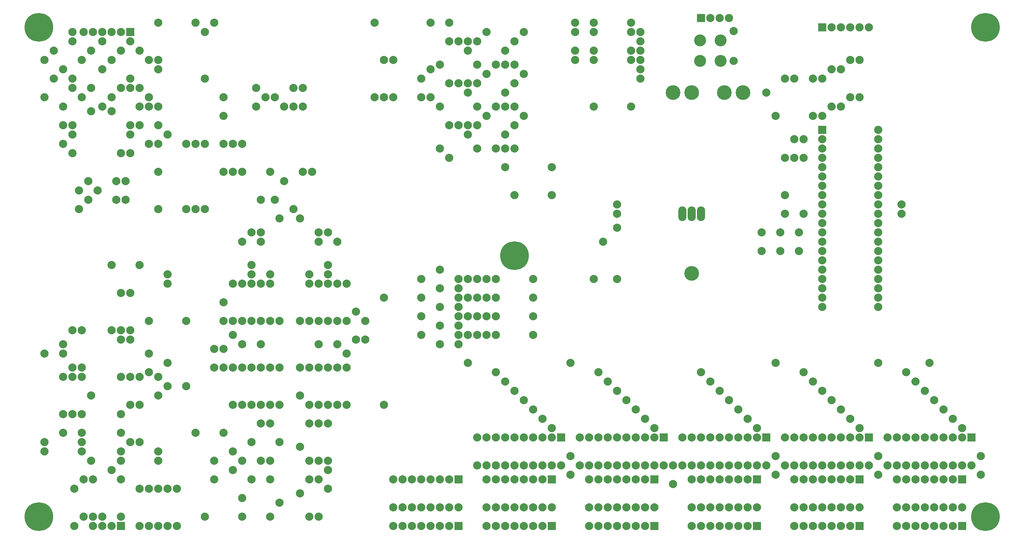
<source format=gbs>
%FSLAX23Y23*%
%MOIN*%
G70*
G01*
G75*
%ADD10C,0.010*%
%ADD11R,0.036X0.036*%
%ADD12R,0.036X0.050*%
%ADD13R,0.024X0.100*%
%ADD14R,0.080X0.024*%
%ADD15R,0.050X0.036*%
%ADD16C,0.024*%
%ADD17C,0.040*%
%ADD18C,0.030*%
%ADD19C,0.070*%
%ADD20C,0.015*%
%ADD21C,0.300*%
%ADD22C,0.080*%
%ADD23R,0.080X0.080*%
%ADD24C,0.150*%
%ADD25C,0.120*%
%ADD26O,0.080X0.150*%
%ADD27C,0.050*%
%ADD28C,0.060*%
%ADD29C,0.008*%
%ADD30C,0.012*%
%ADD31C,0.005*%
%ADD32C,0.006*%
%ADD33R,0.080X0.060*%
%ADD34R,0.060X0.080*%
%ADD35R,0.044X0.044*%
%ADD36R,0.044X0.058*%
%ADD37R,0.032X0.108*%
%ADD38R,0.088X0.032*%
%ADD39R,0.058X0.044*%
%ADD40C,0.308*%
%ADD41C,0.088*%
%ADD42R,0.088X0.088*%
%ADD43C,0.158*%
%ADD44C,0.128*%
%ADD45O,0.088X0.158*%
D40*
X15041Y10620D02*
D03*
X9991Y8170D02*
D03*
X4891Y10620D02*
D03*
Y5370D02*
D03*
X15041D02*
D03*
D41*
X14091Y5270D02*
D03*
X14191D02*
D03*
X14291D02*
D03*
X14391D02*
D03*
X14491D02*
D03*
X14591D02*
D03*
X14691D02*
D03*
X13591D02*
D03*
X13491D02*
D03*
X13391D02*
D03*
X13291D02*
D03*
X13191D02*
D03*
X13091D02*
D03*
X12991D02*
D03*
X11891D02*
D03*
X11991D02*
D03*
X12091D02*
D03*
X12191D02*
D03*
X12291D02*
D03*
X12391D02*
D03*
X12491D02*
D03*
X11391D02*
D03*
X11291D02*
D03*
X11191D02*
D03*
X11091D02*
D03*
X10991D02*
D03*
X10891D02*
D03*
X10791D02*
D03*
X9691D02*
D03*
X9791D02*
D03*
X9891D02*
D03*
X9991D02*
D03*
X10091D02*
D03*
X10191D02*
D03*
X10291D02*
D03*
X9291D02*
D03*
X9191D02*
D03*
X9091D02*
D03*
X8991D02*
D03*
X8891D02*
D03*
X8791D02*
D03*
X8691D02*
D03*
X13791Y10620D02*
D03*
X13691D02*
D03*
X13591D02*
D03*
X13491D02*
D03*
X13391D02*
D03*
X5771Y10570D02*
D03*
X5671D02*
D03*
X5571D02*
D03*
X5471D02*
D03*
X5371D02*
D03*
X5471Y5270D02*
D03*
X5571D02*
D03*
X5671D02*
D03*
X12091Y10720D02*
D03*
X12191D02*
D03*
X12291D02*
D03*
X5151Y9570D02*
D03*
Y9370D02*
D03*
X5971Y9770D02*
D03*
Y9570D02*
D03*
X13091Y8620D02*
D03*
X12891D02*
D03*
X14991Y6020D02*
D03*
Y5820D02*
D03*
X13891D02*
D03*
Y6020D02*
D03*
X12791D02*
D03*
Y5820D02*
D03*
X11691Y5720D02*
D03*
Y5920D02*
D03*
X10591Y6020D02*
D03*
Y5820D02*
D03*
X9391Y7220D02*
D03*
X9191D02*
D03*
Y7420D02*
D03*
X9391D02*
D03*
Y7620D02*
D03*
X9191D02*
D03*
Y7820D02*
D03*
X9391D02*
D03*
X12641Y8220D02*
D03*
X12841D02*
D03*
Y8420D02*
D03*
X12641D02*
D03*
X12991Y9420D02*
D03*
Y9220D02*
D03*
X13091D02*
D03*
Y9420D02*
D03*
X5351Y6270D02*
D03*
X5151D02*
D03*
X5771Y6470D02*
D03*
Y6270D02*
D03*
X5151Y7120D02*
D03*
X4951D02*
D03*
X6071Y6920D02*
D03*
Y7120D02*
D03*
X5421Y8770D02*
D03*
Y8970D02*
D03*
X5721D02*
D03*
Y8770D02*
D03*
X6971Y5870D02*
D03*
Y6070D02*
D03*
X7991Y5670D02*
D03*
Y5870D02*
D03*
X7271Y7220D02*
D03*
X7071D02*
D03*
X8091D02*
D03*
X7891D02*
D03*
X7271Y8320D02*
D03*
X7071D02*
D03*
X8091D02*
D03*
X7891D02*
D03*
X7221Y9770D02*
D03*
Y9970D02*
D03*
X7621D02*
D03*
Y9770D02*
D03*
X5251Y9470D02*
D03*
Y9270D02*
D03*
X5871D02*
D03*
Y9470D02*
D03*
X6171Y9370D02*
D03*
Y9570D02*
D03*
X13041Y8220D02*
D03*
Y8420D02*
D03*
X9691Y7320D02*
D03*
X9491D02*
D03*
X9591D02*
D03*
Y7520D02*
D03*
X9491D02*
D03*
X9691D02*
D03*
Y7720D02*
D03*
X9491D02*
D03*
X9591D02*
D03*
Y7920D02*
D03*
X9491D02*
D03*
X9691D02*
D03*
X9991Y9320D02*
D03*
X9791D02*
D03*
X9891D02*
D03*
X9391Y9570D02*
D03*
X9491D02*
D03*
X9291D02*
D03*
X9991Y9770D02*
D03*
X9791D02*
D03*
X9891D02*
D03*
X9391Y10020D02*
D03*
X9491D02*
D03*
X9291D02*
D03*
X9991Y10220D02*
D03*
X9791D02*
D03*
X9891D02*
D03*
X9391Y10470D02*
D03*
X9491D02*
D03*
X9291D02*
D03*
X13291Y9420D02*
D03*
Y9320D02*
D03*
Y9220D02*
D03*
Y9120D02*
D03*
Y9020D02*
D03*
Y8920D02*
D03*
Y8820D02*
D03*
Y8720D02*
D03*
Y8620D02*
D03*
Y8520D02*
D03*
Y8420D02*
D03*
Y8320D02*
D03*
Y8220D02*
D03*
Y8120D02*
D03*
Y8020D02*
D03*
Y7920D02*
D03*
Y7820D02*
D03*
Y7720D02*
D03*
Y7620D02*
D03*
X13891D02*
D03*
Y7720D02*
D03*
Y7820D02*
D03*
Y7920D02*
D03*
Y8020D02*
D03*
Y8120D02*
D03*
Y8220D02*
D03*
Y8320D02*
D03*
Y8420D02*
D03*
Y8520D02*
D03*
Y8620D02*
D03*
Y8720D02*
D03*
Y8820D02*
D03*
Y8920D02*
D03*
Y9020D02*
D03*
Y9120D02*
D03*
Y9220D02*
D03*
Y9320D02*
D03*
Y9420D02*
D03*
Y9520D02*
D03*
X14791Y6220D02*
D03*
X14691D02*
D03*
X14591D02*
D03*
X14491D02*
D03*
X14391D02*
D03*
X14291D02*
D03*
X14191D02*
D03*
X14091D02*
D03*
X13991D02*
D03*
Y5920D02*
D03*
X14091D02*
D03*
X14191D02*
D03*
X14291D02*
D03*
X14391D02*
D03*
X14491D02*
D03*
X14591D02*
D03*
X14691D02*
D03*
X14791D02*
D03*
X14891D02*
D03*
X13791D02*
D03*
X13691D02*
D03*
X13591D02*
D03*
X13491D02*
D03*
X13391D02*
D03*
X13291D02*
D03*
X13191D02*
D03*
X13091D02*
D03*
X12991D02*
D03*
X12891D02*
D03*
Y6220D02*
D03*
X12991D02*
D03*
X13091D02*
D03*
X13191D02*
D03*
X13291D02*
D03*
X13391D02*
D03*
X13491D02*
D03*
X13591D02*
D03*
X13691D02*
D03*
X12591D02*
D03*
X12491D02*
D03*
X12391D02*
D03*
X12291D02*
D03*
X12191D02*
D03*
X12091D02*
D03*
X11991D02*
D03*
X11891D02*
D03*
X11791D02*
D03*
Y5920D02*
D03*
X11891D02*
D03*
X11991D02*
D03*
X12091D02*
D03*
X12191D02*
D03*
X12291D02*
D03*
X12391D02*
D03*
X12491D02*
D03*
X12591D02*
D03*
X12691D02*
D03*
X11591D02*
D03*
X11491D02*
D03*
X11391D02*
D03*
X11291D02*
D03*
X11191D02*
D03*
X11091D02*
D03*
X10991D02*
D03*
X10891D02*
D03*
X10791D02*
D03*
X10691D02*
D03*
Y6220D02*
D03*
X10791D02*
D03*
X10891D02*
D03*
X10991D02*
D03*
X11091D02*
D03*
X11191D02*
D03*
X11291D02*
D03*
X11391D02*
D03*
X11491D02*
D03*
X10391D02*
D03*
X10291D02*
D03*
X10191D02*
D03*
X10091D02*
D03*
X9991D02*
D03*
X9891D02*
D03*
X9791D02*
D03*
X9691D02*
D03*
X9591D02*
D03*
Y5920D02*
D03*
X9691D02*
D03*
X9791D02*
D03*
X9891D02*
D03*
X9991D02*
D03*
X10091D02*
D03*
X10191D02*
D03*
X10291D02*
D03*
X10391D02*
D03*
X10491D02*
D03*
X14791Y5470D02*
D03*
X14691D02*
D03*
X14591D02*
D03*
X14491D02*
D03*
X14391D02*
D03*
X14291D02*
D03*
X14191D02*
D03*
X14091D02*
D03*
Y5770D02*
D03*
X14191D02*
D03*
X14291D02*
D03*
X14391D02*
D03*
X14491D02*
D03*
X14591D02*
D03*
X14691D02*
D03*
X13591D02*
D03*
X13491D02*
D03*
X13391D02*
D03*
X13291D02*
D03*
X13191D02*
D03*
X13091D02*
D03*
X12991D02*
D03*
Y5470D02*
D03*
X13091D02*
D03*
X13191D02*
D03*
X13291D02*
D03*
X13391D02*
D03*
X13491D02*
D03*
X13591D02*
D03*
X13691D02*
D03*
X12591D02*
D03*
X12491D02*
D03*
X12391D02*
D03*
X12291D02*
D03*
X12191D02*
D03*
X12091D02*
D03*
X11991D02*
D03*
X11891D02*
D03*
Y5770D02*
D03*
X11991D02*
D03*
X12091D02*
D03*
X12191D02*
D03*
X12291D02*
D03*
X12391D02*
D03*
X12491D02*
D03*
X11391D02*
D03*
X11291D02*
D03*
X11191D02*
D03*
X11091D02*
D03*
X10991D02*
D03*
X10891D02*
D03*
X10791D02*
D03*
Y5470D02*
D03*
X10891D02*
D03*
X10991D02*
D03*
X11091D02*
D03*
X11191D02*
D03*
X11291D02*
D03*
X11391D02*
D03*
X11491D02*
D03*
X10391D02*
D03*
X10291D02*
D03*
X10191D02*
D03*
X10091D02*
D03*
X9991D02*
D03*
X9891D02*
D03*
X9791D02*
D03*
X9691D02*
D03*
Y5770D02*
D03*
X9791D02*
D03*
X9891D02*
D03*
X9991D02*
D03*
X10091D02*
D03*
X10191D02*
D03*
X10291D02*
D03*
X9291D02*
D03*
X9191D02*
D03*
X9091D02*
D03*
X8991D02*
D03*
X8891D02*
D03*
X8791D02*
D03*
X8691D02*
D03*
Y5470D02*
D03*
X8791D02*
D03*
X8891D02*
D03*
X8991D02*
D03*
X9091D02*
D03*
X9191D02*
D03*
X9291D02*
D03*
X9391D02*
D03*
X14141Y8620D02*
D03*
Y8720D02*
D03*
X12991Y10070D02*
D03*
X12891D02*
D03*
X10641Y10570D02*
D03*
Y10670D02*
D03*
Y10270D02*
D03*
Y10370D02*
D03*
X11091Y8720D02*
D03*
Y8620D02*
D03*
X11341Y10070D02*
D03*
Y10270D02*
D03*
Y10170D02*
D03*
X6171Y10270D02*
D03*
Y10670D02*
D03*
Y9770D02*
D03*
Y10170D02*
D03*
X10091Y9670D02*
D03*
X9691D02*
D03*
X13191D02*
D03*
Y10070D02*
D03*
X5971Y5670D02*
D03*
Y5270D02*
D03*
X6171D02*
D03*
Y5670D02*
D03*
X6071D02*
D03*
Y5270D02*
D03*
X6271D02*
D03*
Y5670D02*
D03*
X5251Y6870D02*
D03*
X6471Y7470D02*
D03*
X6071D02*
D03*
X6971Y6970D02*
D03*
Y7470D02*
D03*
X8191D02*
D03*
Y6970D02*
D03*
X5351Y9870D02*
D03*
Y10270D02*
D03*
X5151Y10170D02*
D03*
Y9770D02*
D03*
X5671Y9870D02*
D03*
Y10270D02*
D03*
X5571Y10170D02*
D03*
Y9770D02*
D03*
X9391Y7320D02*
D03*
X8991D02*
D03*
X9791D02*
D03*
X10191D02*
D03*
X9391Y7520D02*
D03*
X8991D02*
D03*
X9791D02*
D03*
X10191D02*
D03*
X9391Y7720D02*
D03*
X8991D02*
D03*
X9791D02*
D03*
X10191D02*
D03*
X9391Y7920D02*
D03*
X8991D02*
D03*
X9791D02*
D03*
X10191D02*
D03*
X9591Y9320D02*
D03*
X9191D02*
D03*
X9491Y9470D02*
D03*
X9891D02*
D03*
X9591Y9570D02*
D03*
X9991D02*
D03*
X9591Y9770D02*
D03*
X9191D02*
D03*
X9691Y10120D02*
D03*
X10091D02*
D03*
X9491Y9920D02*
D03*
X9891D02*
D03*
X9591Y10020D02*
D03*
X9991D02*
D03*
X9591Y10220D02*
D03*
X9191D02*
D03*
X9691Y10570D02*
D03*
X10091D02*
D03*
X9491Y10370D02*
D03*
X9891D02*
D03*
X9591Y10470D02*
D03*
X9991D02*
D03*
X12891Y8820D02*
D03*
Y9220D02*
D03*
X13691Y9870D02*
D03*
Y10270D02*
D03*
X13591Y9870D02*
D03*
Y10270D02*
D03*
X13491Y9770D02*
D03*
Y10170D02*
D03*
X11241Y9770D02*
D03*
X10841D02*
D03*
X11241Y10570D02*
D03*
X10841D02*
D03*
X11241Y10670D02*
D03*
X10841D02*
D03*
Y10370D02*
D03*
X11241D02*
D03*
Y10270D02*
D03*
X10841D02*
D03*
X5471Y5770D02*
D03*
Y5370D02*
D03*
X5771Y5970D02*
D03*
X6171D02*
D03*
X4951Y6170D02*
D03*
X5351D02*
D03*
Y6070D02*
D03*
X4951D02*
D03*
X6171D02*
D03*
X5771D02*
D03*
X5871Y6170D02*
D03*
Y6570D02*
D03*
X5971D02*
D03*
Y6170D02*
D03*
X5151Y6470D02*
D03*
Y6870D02*
D03*
X5351Y6470D02*
D03*
Y6870D02*
D03*
X5251Y6970D02*
D03*
Y7370D02*
D03*
X5351Y6970D02*
D03*
Y7370D02*
D03*
X5871Y7770D02*
D03*
Y7370D02*
D03*
X5771Y7770D02*
D03*
Y7370D02*
D03*
X5871Y7270D02*
D03*
Y6870D02*
D03*
X5771Y7270D02*
D03*
Y6870D02*
D03*
X6171Y9070D02*
D03*
Y8670D02*
D03*
X7791Y6370D02*
D03*
Y5970D02*
D03*
X7891D02*
D03*
Y6370D02*
D03*
X7991D02*
D03*
Y5970D02*
D03*
X7791Y5370D02*
D03*
Y5770D02*
D03*
X7891D02*
D03*
Y5370D02*
D03*
X5771D02*
D03*
Y5770D02*
D03*
X6671Y5370D02*
D03*
X7071D02*
D03*
X7371D02*
D03*
Y5770D02*
D03*
X7171D02*
D03*
Y6170D02*
D03*
X7371Y6370D02*
D03*
Y5970D02*
D03*
X7071D02*
D03*
Y5570D02*
D03*
X7271Y6370D02*
D03*
Y5970D02*
D03*
X7071Y6570D02*
D03*
Y6970D02*
D03*
X7371Y6570D02*
D03*
Y6970D02*
D03*
X7171D02*
D03*
Y6570D02*
D03*
X7271Y6970D02*
D03*
Y6570D02*
D03*
X7071Y7870D02*
D03*
Y7470D02*
D03*
X7371Y7870D02*
D03*
Y7470D02*
D03*
X7171D02*
D03*
Y7870D02*
D03*
X8091D02*
D03*
Y7470D02*
D03*
X7791Y7870D02*
D03*
Y7470D02*
D03*
X7991D02*
D03*
Y7870D02*
D03*
X7891Y7470D02*
D03*
Y7870D02*
D03*
X7791Y6570D02*
D03*
Y6970D02*
D03*
X7991D02*
D03*
Y6570D02*
D03*
X7891Y6970D02*
D03*
Y6570D02*
D03*
X5251Y9570D02*
D03*
Y9970D02*
D03*
X5451Y10370D02*
D03*
Y9970D02*
D03*
X5871Y9570D02*
D03*
Y9970D02*
D03*
X5771Y10370D02*
D03*
Y9970D02*
D03*
X5871Y10070D02*
D03*
Y10470D02*
D03*
X6071Y9370D02*
D03*
Y9770D02*
D03*
X5971Y10370D02*
D03*
Y9970D02*
D03*
X5271Y5270D02*
D03*
Y5670D02*
D03*
X5371Y5770D02*
D03*
Y5370D02*
D03*
X4951Y10270D02*
D03*
Y9870D02*
D03*
X6371Y5270D02*
D03*
Y5670D02*
D03*
X8091Y6970D02*
D03*
Y6570D02*
D03*
X6071Y10270D02*
D03*
Y9870D02*
D03*
X7271Y7870D02*
D03*
Y7470D02*
D03*
X5251Y10470D02*
D03*
Y10070D02*
D03*
X11341Y10370D02*
D03*
Y10570D02*
D03*
Y10470D02*
D03*
X13291Y9670D02*
D03*
Y10070D02*
D03*
X13391Y10170D02*
D03*
Y9770D02*
D03*
X6971Y6570D02*
D03*
X8191D02*
D03*
X6971Y7870D02*
D03*
X8191D02*
D03*
X5251Y6470D02*
D03*
X8591Y7720D02*
D03*
X5251Y10570D02*
D03*
X10391Y9120D02*
D03*
X9891D02*
D03*
X11091Y7920D02*
D03*
X10841D02*
D03*
X10941Y8320D02*
D03*
X9291Y9220D02*
D03*
X9991Y8820D02*
D03*
X10391D02*
D03*
X9191Y8020D02*
D03*
X8991Y9870D02*
D03*
Y10070D02*
D03*
X9091Y9870D02*
D03*
Y10170D02*
D03*
Y10670D02*
D03*
X9291D02*
D03*
X8691Y9870D02*
D03*
Y10270D02*
D03*
X8591D02*
D03*
Y9870D02*
D03*
X8491Y10670D02*
D03*
Y9870D02*
D03*
X7721Y9970D02*
D03*
X6671Y10570D02*
D03*
Y10070D02*
D03*
X6871Y9870D02*
D03*
Y9670D02*
D03*
X7321Y9870D02*
D03*
X7421D02*
D03*
X7521Y9770D02*
D03*
X7721D02*
D03*
X6771Y10670D02*
D03*
X6571D02*
D03*
X5051Y10370D02*
D03*
X5571Y10470D02*
D03*
X5051Y10070D02*
D03*
X6671Y9370D02*
D03*
Y8670D02*
D03*
X7071Y9370D02*
D03*
X6971D02*
D03*
X6871D02*
D03*
X7071Y9070D02*
D03*
X6971D02*
D03*
X6871D02*
D03*
X6271Y9470D02*
D03*
X5321Y8670D02*
D03*
Y8870D02*
D03*
X5671Y5870D02*
D03*
X6471Y9370D02*
D03*
X6571Y8670D02*
D03*
X5771Y9270D02*
D03*
X5821Y8970D02*
D03*
X6471Y6770D02*
D03*
X6271D02*
D03*
X6171Y6670D02*
D03*
Y6870D02*
D03*
X5971D02*
D03*
X5521Y8870D02*
D03*
X5821Y8770D02*
D03*
X5671Y8070D02*
D03*
X6271Y7970D02*
D03*
X5151Y7220D02*
D03*
X5971Y8070D02*
D03*
X6571Y6270D02*
D03*
X6871D02*
D03*
X6271Y7870D02*
D03*
X7691Y6970D02*
D03*
X7471D02*
D03*
X7691Y7470D02*
D03*
X7471D02*
D03*
X6971Y7320D02*
D03*
X8191Y7120D02*
D03*
X7171Y8420D02*
D03*
Y8070D02*
D03*
X7991Y8420D02*
D03*
X7271D02*
D03*
X7991Y8070D02*
D03*
X7691Y8570D02*
D03*
X7471D02*
D03*
X8291Y7270D02*
D03*
X6871Y6970D02*
D03*
Y7170D02*
D03*
X7891Y8420D02*
D03*
X7991Y7970D02*
D03*
X7791D02*
D03*
X7371D02*
D03*
X7171D02*
D03*
X7691Y5620D02*
D03*
X6871Y7670D02*
D03*
Y7470D02*
D03*
X6771Y7170D02*
D03*
Y6970D02*
D03*
X8391Y7270D02*
D03*
Y7470D02*
D03*
X8291Y7570D02*
D03*
X7691Y6120D02*
D03*
X7471Y6170D02*
D03*
Y6570D02*
D03*
X7691Y6670D02*
D03*
X7471Y5520D02*
D03*
X6771Y5970D02*
D03*
Y5770D02*
D03*
X5671Y7370D02*
D03*
X5451Y6670D02*
D03*
X6271Y7020D02*
D03*
X5451Y5970D02*
D03*
X7421Y8770D02*
D03*
X7271D02*
D03*
X7371Y9070D02*
D03*
X7521Y8970D02*
D03*
X7621Y8670D02*
D03*
X7721Y9070D02*
D03*
X7821D02*
D03*
X5671Y9720D02*
D03*
X5451D02*
D03*
X5571Y5370D02*
D03*
X14191Y6920D02*
D03*
X14291Y6820D02*
D03*
X14391Y6720D02*
D03*
X14491Y6620D02*
D03*
X14591Y6520D02*
D03*
X14691Y6420D02*
D03*
X14791Y6320D02*
D03*
X13091Y6920D02*
D03*
X13191Y6820D02*
D03*
X13291Y6720D02*
D03*
X13391Y6620D02*
D03*
X13491Y6520D02*
D03*
X13591Y6420D02*
D03*
X13691Y6320D02*
D03*
X11991Y6920D02*
D03*
X12091Y6820D02*
D03*
X12191Y6720D02*
D03*
X12291Y6620D02*
D03*
X12391Y6520D02*
D03*
X12491Y6420D02*
D03*
X12591Y6320D02*
D03*
X10891Y6920D02*
D03*
X10991Y6820D02*
D03*
X11091Y6720D02*
D03*
X11191Y6620D02*
D03*
X11291Y6520D02*
D03*
X11391Y6420D02*
D03*
X11491Y6320D02*
D03*
X9791Y6920D02*
D03*
X9891Y6820D02*
D03*
X9991Y6720D02*
D03*
X10091Y6620D02*
D03*
X10191Y6520D02*
D03*
X10291Y6420D02*
D03*
X10391Y6320D02*
D03*
X9491Y7020D02*
D03*
X10591D02*
D03*
X14441D02*
D03*
X12341Y10580D02*
D03*
Y10260D02*
D03*
X12791Y9670D02*
D03*
Y7020D02*
D03*
X11091Y8470D02*
D03*
X13891Y7020D02*
D03*
X12691Y9920D02*
D03*
X8591Y6570D02*
D03*
X6471Y8670D02*
D03*
X6571Y9370D02*
D03*
D42*
X14791Y5270D02*
D03*
X13691D02*
D03*
X12591D02*
D03*
X11491D02*
D03*
X10391D02*
D03*
X9391D02*
D03*
X13291Y10620D02*
D03*
X5871Y10570D02*
D03*
X5771Y5270D02*
D03*
X11991Y10720D02*
D03*
X13291Y9520D02*
D03*
X14891Y6220D02*
D03*
X13791D02*
D03*
X12691D02*
D03*
X11591D02*
D03*
X10491D02*
D03*
X14791Y5770D02*
D03*
X13691D02*
D03*
X12591D02*
D03*
X11491D02*
D03*
X10391D02*
D03*
X9391D02*
D03*
D43*
X11891Y7980D02*
D03*
X11691Y9920D02*
D03*
X11891D02*
D03*
X12441D02*
D03*
X12241D02*
D03*
D44*
X11981Y10480D02*
D03*
X12201D02*
D03*
X11981Y10260D02*
D03*
X12201D02*
D03*
D45*
X11991Y8620D02*
D03*
X11891D02*
D03*
X11791D02*
D03*
M02*

</source>
